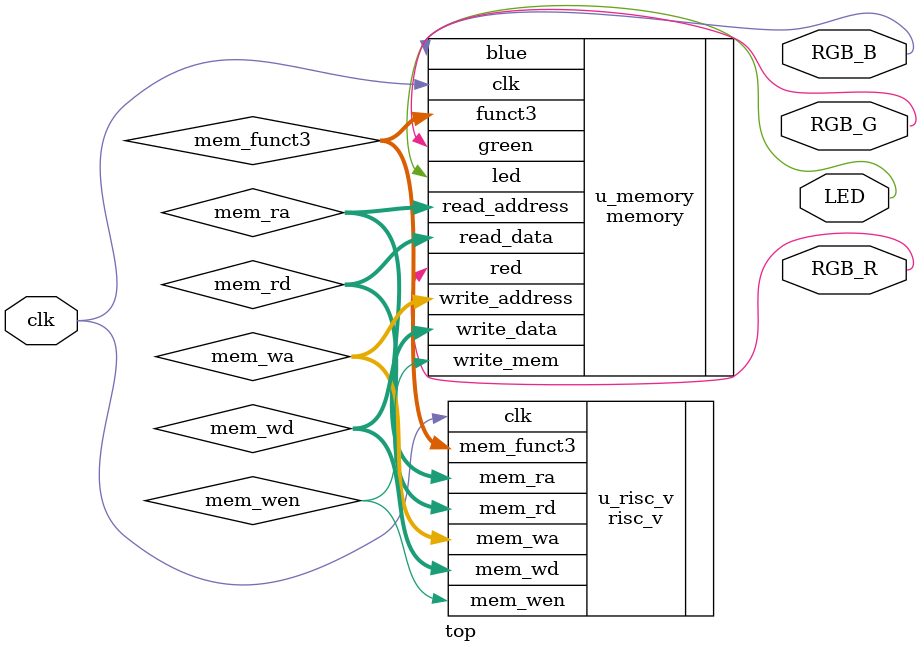
<source format=v>
module top (
	clk,
	LED,
	RGB_R,
	RGB_G,
	RGB_B
);
	parameter INIT_FILE = "";
	input wire clk;
	output wire LED;
	output wire RGB_R;
	output wire RGB_G;
	output wire RGB_B;
	wire [31:0] mem_ra;
	wire [31:0] mem_wa;
	wire [31:0] mem_rd;
	wire [31:0] mem_wd;
	wire mem_wen;
	wire [2:0] mem_funct3;
	risc_v u_risc_v(
		.clk(clk),
		.mem_wen(mem_wen),
		.mem_ra(mem_ra),
		.mem_wa(mem_wa),
		.mem_wd(mem_wd),
		.mem_rd(mem_rd),
		.mem_funct3(mem_funct3)
	);
	memory #(.INIT_FILE(INIT_FILE)) u_memory(
		.clk(clk),
		.write_mem(mem_wen),
		.funct3(mem_funct3),
		.write_address(mem_wa),
		.write_data(mem_wd),
		.read_address(mem_ra),
		.read_data(mem_rd),
		.led(LED),
		.red(RGB_R),
		.green(RGB_G),
		.blue(RGB_B)
	);
endmodule

</source>
